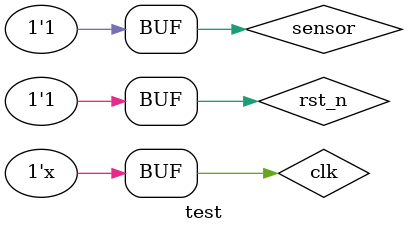
<source format=v>
`timescale 1ps/1ps
module test ();
    reg clk, rst_n, sensor;
    wire mode_count, pulse, time_out, CR_Ena;
    wire [2:0] CR_LED, HW_LED;
    wire [5:0] time_display;

    pulse_1s pulse_gen(.clk(clk), .rst_n(rst_n), .pulse(pulse));
    Timer timer(.clk(clk), .rst_n(rst_n), .mode_count(mode_count), .pulse(pulse), .time_out(time_out), .time_display(time_display));
    HW_Controller hw_controller(.clk(clk), .rst_n(rst_n), .sensor(sensor), .mode_count(mode_count), .CR_Ena(CR_Ena), .HW_LED(HW_LED), .time_out(time_out));
    CR_Controller cr_controller(.clk(clk), .rst_n(rst_n), .CR_Ena(CR_Ena), .time_out(time_out), .CR_LED(CR_LED));


    always #1 clk = ~clk;
    initial begin
        clk = 0;
        sensor = 0;
        rst_n = 1; #20;
        rst_n = 0; #50;
        rst_n = 1; #20;
        sensor = 1;
        #500;
        sensor = 0;
        #20;
        #500;
        sensor = 1;
        
    end
endmodule
</source>
